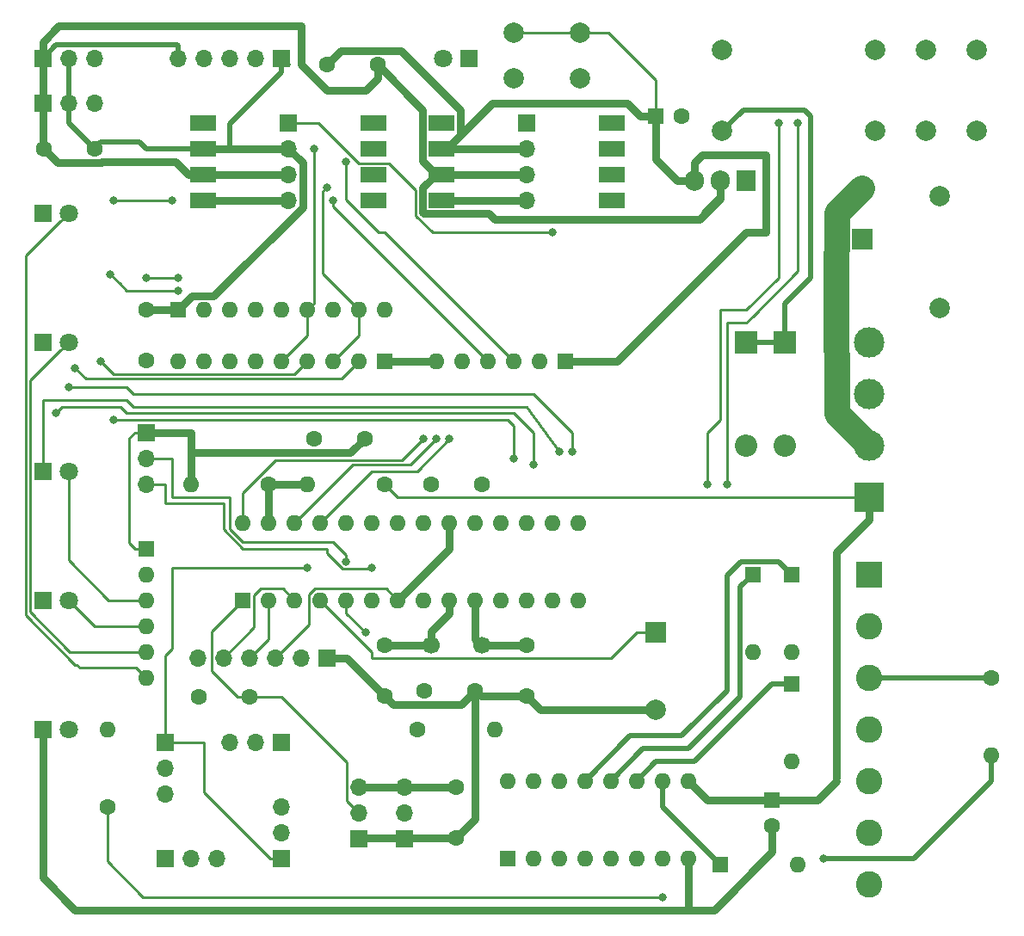
<source format=gbr>
G04 #@! TF.GenerationSoftware,KiCad,Pcbnew,(5.1.9)-1*
G04 #@! TF.CreationDate,2021-03-25T16:08:41-07:00*
G04 #@! TF.ProjectId,DSAMKVIB,4453414d-4b56-4494-922e-6b696361645f,rev?*
G04 #@! TF.SameCoordinates,Original*
G04 #@! TF.FileFunction,Copper,L1,Top*
G04 #@! TF.FilePolarity,Positive*
%FSLAX46Y46*%
G04 Gerber Fmt 4.6, Leading zero omitted, Abs format (unit mm)*
G04 Created by KiCad (PCBNEW (5.1.9)-1) date 2021-03-25 16:08:41*
%MOMM*%
%LPD*%
G01*
G04 APERTURE LIST*
G04 #@! TA.AperFunction,ComponentPad*
%ADD10C,1.800000*%
G04 #@! TD*
G04 #@! TA.AperFunction,ComponentPad*
%ADD11R,1.800000X1.800000*%
G04 #@! TD*
G04 #@! TA.AperFunction,ComponentPad*
%ADD12R,1.700000X1.700000*%
G04 #@! TD*
G04 #@! TA.AperFunction,ComponentPad*
%ADD13O,1.700000X1.700000*%
G04 #@! TD*
G04 #@! TA.AperFunction,ComponentPad*
%ADD14O,1.600000X1.600000*%
G04 #@! TD*
G04 #@! TA.AperFunction,ComponentPad*
%ADD15C,1.600000*%
G04 #@! TD*
G04 #@! TA.AperFunction,ComponentPad*
%ADD16R,1.600000X1.600000*%
G04 #@! TD*
G04 #@! TA.AperFunction,SMDPad,CuDef*
%ADD17R,2.540000X1.520000*%
G04 #@! TD*
G04 #@! TA.AperFunction,ComponentPad*
%ADD18C,2.000000*%
G04 #@! TD*
G04 #@! TA.AperFunction,ComponentPad*
%ADD19R,2.000000X2.000000*%
G04 #@! TD*
G04 #@! TA.AperFunction,ComponentPad*
%ADD20C,2.600000*%
G04 #@! TD*
G04 #@! TA.AperFunction,ComponentPad*
%ADD21R,2.600000X2.600000*%
G04 #@! TD*
G04 #@! TA.AperFunction,ComponentPad*
%ADD22C,1.700000*%
G04 #@! TD*
G04 #@! TA.AperFunction,ComponentPad*
%ADD23R,2.200000X2.200000*%
G04 #@! TD*
G04 #@! TA.AperFunction,ComponentPad*
%ADD24O,2.200000X2.200000*%
G04 #@! TD*
G04 #@! TA.AperFunction,ComponentPad*
%ADD25R,1.905000X2.000000*%
G04 #@! TD*
G04 #@! TA.AperFunction,ComponentPad*
%ADD26O,1.905000X2.000000*%
G04 #@! TD*
G04 #@! TA.AperFunction,ComponentPad*
%ADD27C,3.000000*%
G04 #@! TD*
G04 #@! TA.AperFunction,ComponentPad*
%ADD28R,3.000000X3.000000*%
G04 #@! TD*
G04 #@! TA.AperFunction,ViaPad*
%ADD29C,0.800000*%
G04 #@! TD*
G04 #@! TA.AperFunction,Conductor*
%ADD30C,0.508000*%
G04 #@! TD*
G04 #@! TA.AperFunction,Conductor*
%ADD31C,2.540000*%
G04 #@! TD*
G04 #@! TA.AperFunction,Conductor*
%ADD32C,0.762000*%
G04 #@! TD*
G04 #@! TA.AperFunction,Conductor*
%ADD33C,0.254000*%
G04 #@! TD*
G04 #@! TA.AperFunction,Conductor*
%ADD34C,0.250000*%
G04 #@! TD*
G04 APERTURE END LIST*
D10*
X102870000Y-84455000D03*
D11*
X100330000Y-84455000D03*
D12*
X110490000Y-93345000D03*
D13*
X110490000Y-95885000D03*
X110490000Y-98425000D03*
D14*
X144780000Y-122555000D03*
D15*
X137160000Y-122555000D03*
D13*
X147955000Y-70485000D03*
X147955000Y-67945000D03*
X147955000Y-65405000D03*
D12*
X147955000Y-62865000D03*
D13*
X124460000Y-70485000D03*
X124460000Y-67945000D03*
X124460000Y-65405000D03*
D12*
X124460000Y-62865000D03*
D16*
X110490000Y-104775000D03*
D14*
X110490000Y-107315000D03*
X110490000Y-109855000D03*
X110490000Y-112395000D03*
X110490000Y-114935000D03*
X110490000Y-117475000D03*
D17*
X116080000Y-70485000D03*
X132840000Y-70485000D03*
X116080000Y-67945000D03*
X132840000Y-67945000D03*
X116080000Y-65405000D03*
X132840000Y-65405000D03*
X116080000Y-62865000D03*
X132840000Y-62865000D03*
D14*
X193675000Y-125095000D03*
D15*
X193675000Y-117475000D03*
D14*
X113665000Y-86360000D03*
X116205000Y-86360000D03*
X118745000Y-86360000D03*
X121285000Y-86360000D03*
X123825000Y-86360000D03*
X126365000Y-86360000D03*
X128905000Y-86360000D03*
X131445000Y-86360000D03*
D16*
X133985000Y-86360000D03*
D15*
X132000000Y-93980000D03*
X127000000Y-93980000D03*
D18*
X160655000Y-120630000D03*
D19*
X160655000Y-113030000D03*
D16*
X120015000Y-109855000D03*
D14*
X153035000Y-102235000D03*
X122555000Y-109855000D03*
X150495000Y-102235000D03*
X125095000Y-109855000D03*
X147955000Y-102235000D03*
X127635000Y-109855000D03*
X145415000Y-102235000D03*
X130175000Y-109855000D03*
X142875000Y-102235000D03*
X132715000Y-109855000D03*
X140335000Y-102235000D03*
X135255000Y-109855000D03*
X137795000Y-102235000D03*
X137795000Y-109855000D03*
X135255000Y-102235000D03*
X140335000Y-109855000D03*
X132715000Y-102235000D03*
X142875000Y-109855000D03*
X130175000Y-102235000D03*
X145415000Y-109855000D03*
X127635000Y-102235000D03*
X147955000Y-109855000D03*
X125095000Y-102235000D03*
X150495000Y-109855000D03*
X122555000Y-102235000D03*
X153035000Y-109855000D03*
X120015000Y-102235000D03*
D20*
X181610000Y-137795000D03*
X181610000Y-132715000D03*
X181610000Y-127635000D03*
X181610000Y-122555000D03*
X181610000Y-117475000D03*
X181610000Y-112395000D03*
D21*
X181610000Y-107315000D03*
D14*
X126365000Y-98425000D03*
D15*
X133985000Y-98425000D03*
D14*
X139065000Y-86360000D03*
X141605000Y-86360000D03*
X144145000Y-86360000D03*
X146685000Y-86360000D03*
X149225000Y-86360000D03*
D16*
X151765000Y-86360000D03*
D14*
X133985000Y-81280000D03*
X131445000Y-81280000D03*
X128905000Y-81280000D03*
X126365000Y-81280000D03*
X123825000Y-81280000D03*
X121285000Y-81280000D03*
X118745000Y-81280000D03*
X116205000Y-81280000D03*
D16*
X113665000Y-81280000D03*
D14*
X170180000Y-114935000D03*
D16*
X170180000Y-107315000D03*
D14*
X173990000Y-114935000D03*
D16*
X173990000Y-107315000D03*
D15*
X115650000Y-119380000D03*
X120650000Y-119380000D03*
X133270000Y-57150000D03*
X128270000Y-57150000D03*
D13*
X123825000Y-130175000D03*
X123825000Y-132715000D03*
D12*
X123825000Y-135255000D03*
D13*
X117475000Y-135255000D03*
X114935000Y-135255000D03*
D12*
X112395000Y-135255000D03*
D13*
X112395000Y-128905000D03*
X112395000Y-126365000D03*
D12*
X112395000Y-123825000D03*
D13*
X118745000Y-123825000D03*
X121285000Y-123825000D03*
D12*
X123825000Y-123825000D03*
D13*
X135890000Y-128270000D03*
X135890000Y-130810000D03*
D12*
X135890000Y-133350000D03*
D13*
X131445000Y-128270000D03*
X131445000Y-130810000D03*
D12*
X131445000Y-133350000D03*
D13*
X105410000Y-60960000D03*
X102870000Y-60960000D03*
D12*
X100330000Y-60960000D03*
D13*
X105410000Y-56515000D03*
X102870000Y-56515000D03*
D12*
X100330000Y-56515000D03*
D22*
X143510000Y-114300000D03*
X138510000Y-114300000D03*
D16*
X146050000Y-135255000D03*
D14*
X163830000Y-127635000D03*
X148590000Y-135255000D03*
X161290000Y-127635000D03*
X151130000Y-135255000D03*
X158750000Y-127635000D03*
X153670000Y-135255000D03*
X156210000Y-127635000D03*
X156210000Y-135255000D03*
X153670000Y-127635000D03*
X158750000Y-135255000D03*
X151130000Y-127635000D03*
X161290000Y-135255000D03*
X148590000Y-127635000D03*
X163830000Y-135255000D03*
X146050000Y-127635000D03*
D17*
X139575000Y-70485000D03*
X156335000Y-70485000D03*
X139575000Y-67945000D03*
X156335000Y-67945000D03*
X139575000Y-65405000D03*
X156335000Y-65405000D03*
X139575000Y-62865000D03*
X156335000Y-62865000D03*
D16*
X172085000Y-129540000D03*
D15*
X172085000Y-132040000D03*
D18*
X153185000Y-53975000D03*
X153185000Y-58475000D03*
X146685000Y-53975000D03*
X146685000Y-58475000D03*
D15*
X147955000Y-119300000D03*
X147955000Y-114300000D03*
X133985000Y-114300000D03*
X133985000Y-119300000D03*
D19*
X180975000Y-74295000D03*
D18*
X180975000Y-69295000D03*
D15*
X163155000Y-62230000D03*
D16*
X160655000Y-62230000D03*
D15*
X143510000Y-98425000D03*
X138510000Y-98425000D03*
X137875000Y-118745000D03*
X142875000Y-118745000D03*
D11*
X100330000Y-71755000D03*
D10*
X102870000Y-71755000D03*
X102870000Y-97155000D03*
D11*
X100330000Y-97155000D03*
X100330000Y-109855000D03*
D10*
X102870000Y-109855000D03*
D11*
X100330000Y-122555000D03*
D10*
X102870000Y-122555000D03*
D23*
X169545000Y-84455000D03*
D24*
X169545000Y-94615000D03*
X173355000Y-94615000D03*
D23*
X173355000Y-84455000D03*
D14*
X174625000Y-135890000D03*
D16*
X167005000Y-135890000D03*
X173990000Y-118110000D03*
D14*
X173990000Y-125730000D03*
D12*
X123825000Y-56515000D03*
D13*
X121285000Y-56515000D03*
X118745000Y-56515000D03*
X116205000Y-56515000D03*
X113665000Y-56515000D03*
D18*
X167205000Y-55690000D03*
X167205000Y-63690000D03*
X182205000Y-55690000D03*
X182205000Y-63690000D03*
X187205000Y-55690000D03*
X187205000Y-63690000D03*
X192205000Y-55690000D03*
X192205000Y-63690000D03*
D15*
X122555000Y-98425000D03*
D14*
X114935000Y-98425000D03*
X106680000Y-122555000D03*
D15*
X106680000Y-130175000D03*
D25*
X169545000Y-68580000D03*
D26*
X167005000Y-68580000D03*
X164465000Y-68580000D03*
D15*
X110490000Y-81280000D03*
X110490000Y-86280000D03*
X105410000Y-65405000D03*
X100410000Y-65405000D03*
X140970000Y-133270000D03*
X140970000Y-128270000D03*
D12*
X128270000Y-115570000D03*
D13*
X125730000Y-115570000D03*
X123190000Y-115570000D03*
X120650000Y-115570000D03*
X118110000Y-115570000D03*
X115570000Y-115570000D03*
D27*
X181610000Y-94615000D03*
X181610000Y-89535000D03*
D28*
X181610000Y-99695000D03*
D27*
X181610000Y-84455000D03*
D11*
X142240000Y-56515000D03*
D10*
X139700000Y-56515000D03*
D18*
X188595000Y-70065000D03*
X188595000Y-81065000D03*
D29*
X101600000Y-91440000D03*
X148590000Y-96520000D03*
X151130000Y-95250000D03*
X102870000Y-88900000D03*
X102870000Y-88900000D03*
X152400000Y-95250000D03*
X161290000Y-139065000D03*
X128270000Y-69215000D03*
X127000000Y-65405000D03*
X126365000Y-106680000D03*
X177165000Y-135255000D03*
X174625000Y-62865000D03*
X167640000Y-98425000D03*
X172720000Y-62865000D03*
X165735000Y-98425000D03*
X130175000Y-106045000D03*
X132080000Y-113030000D03*
X132715000Y-106680000D03*
X107315000Y-92075000D03*
X146685000Y-95885000D03*
X107315000Y-70485000D03*
X113030000Y-70485000D03*
X113665000Y-78105000D03*
X110490000Y-78105000D03*
X112395000Y-126365000D03*
X106997500Y-77787500D03*
X113665000Y-79375000D03*
X103505000Y-86995000D03*
X106045000Y-86360000D03*
X130175000Y-66675000D03*
X137795000Y-93980000D03*
X139065000Y-93980000D03*
X128905000Y-70485000D03*
X150495000Y-73660000D03*
X140335000Y-93980000D03*
D30*
X167005000Y-70088000D02*
X165393999Y-71699001D01*
X167005000Y-68580000D02*
X167005000Y-70088000D01*
D31*
X178504999Y-91509999D02*
X181610000Y-94615000D01*
X180975000Y-69295000D02*
X178504999Y-71765001D01*
D32*
X114683000Y-67945000D02*
X113413000Y-66675000D01*
X116715000Y-67945000D02*
X114683000Y-67945000D01*
X139575000Y-67945000D02*
X140110802Y-67945000D01*
X101209999Y-66204999D02*
X100410000Y-65405000D01*
X106183882Y-66675000D02*
X106072881Y-66786001D01*
X101791001Y-66786001D02*
X101209999Y-66204999D01*
X113413000Y-66675000D02*
X106183882Y-66675000D01*
D31*
X178504999Y-71765001D02*
X178435000Y-79375000D01*
X178435000Y-79375000D02*
X178504999Y-91509999D01*
D30*
X113563080Y-55210999D02*
X101634001Y-55210999D01*
X101634001Y-55210999D02*
X100330000Y-56515000D01*
X113665000Y-55312919D02*
X113563080Y-55210999D01*
X113665000Y-56515000D02*
X113665000Y-55312919D01*
D32*
X100330000Y-65325000D02*
X100410000Y-65405000D01*
X100330000Y-56515000D02*
X100330000Y-65325000D01*
D33*
X109436000Y-104775000D02*
X110490000Y-104775000D01*
X109386000Y-93345000D02*
X108862990Y-93868010D01*
X108862990Y-104201990D02*
X109436000Y-104775000D01*
X108862990Y-93868010D02*
X108862990Y-104201990D01*
X110490000Y-93345000D02*
X109386000Y-93345000D01*
D32*
X104886001Y-66786001D02*
X101791001Y-66786001D01*
X106072881Y-66786001D02*
X104886001Y-66786001D01*
X137723999Y-66629801D02*
X139039198Y-67945000D01*
X137723999Y-61603999D02*
X137723999Y-66629801D01*
X133270000Y-57150000D02*
X137723999Y-61603999D01*
X133270000Y-58500000D02*
X133270000Y-57150000D01*
X128270000Y-59690000D02*
X132080000Y-59690000D01*
X100330000Y-56515000D02*
X100330000Y-54903000D01*
X101893000Y-53340000D02*
X125730000Y-53340000D01*
X132080000Y-59690000D02*
X133270000Y-58500000D01*
X100330000Y-54903000D02*
X101893000Y-53340000D01*
X125730000Y-53340000D02*
X125730000Y-57150000D01*
X125730000Y-57150000D02*
X128270000Y-59690000D01*
X139039198Y-67945000D02*
X139575000Y-67945000D01*
X139575000Y-67945000D02*
X147955000Y-67945000D01*
X116080000Y-67945000D02*
X124460000Y-67945000D01*
X172085000Y-134620000D02*
X172085000Y-132040000D01*
X166370000Y-140335000D02*
X172085000Y-134620000D01*
X163830000Y-135255000D02*
X163830000Y-140335000D01*
X163830000Y-140335000D02*
X166370000Y-140335000D01*
X110490000Y-140335000D02*
X163830000Y-140335000D01*
X103505000Y-140335000D02*
X110490000Y-140335000D01*
X100330000Y-137160000D02*
X103505000Y-140335000D01*
X100330000Y-122555000D02*
X100330000Y-137160000D01*
X149285000Y-120630000D02*
X147955000Y-119300000D01*
X160655000Y-120630000D02*
X149285000Y-120630000D01*
X143430000Y-119300000D02*
X142875000Y-118745000D01*
X147955000Y-119300000D02*
X143430000Y-119300000D01*
X134811001Y-120126001D02*
X133985000Y-119300000D01*
X141493999Y-120126001D02*
X134811001Y-120126001D01*
X142875000Y-118745000D02*
X141493999Y-120126001D01*
X130255000Y-115570000D02*
X133985000Y-119300000D01*
X128270000Y-115570000D02*
X130255000Y-115570000D01*
X142875000Y-131365000D02*
X140970000Y-133270000D01*
X142875000Y-118745000D02*
X142875000Y-131365000D01*
X131525000Y-133270000D02*
X131445000Y-133350000D01*
X140970000Y-133270000D02*
X131525000Y-133270000D01*
X144780000Y-72390000D02*
X164957000Y-72390000D01*
X144216001Y-71826001D02*
X144780000Y-72390000D01*
X137840199Y-71826001D02*
X144216001Y-71826001D01*
X164957000Y-72390000D02*
X167005000Y-70342000D01*
X137723999Y-71709801D02*
X137840199Y-71826001D01*
X137723999Y-69260199D02*
X137723999Y-71709801D01*
X167005000Y-70342000D02*
X167005000Y-68580000D01*
X139039198Y-67945000D02*
X137723999Y-69260199D01*
X133985000Y-86360000D02*
X139065000Y-86360000D01*
X110490000Y-93345000D02*
X114935000Y-93345000D01*
X115046001Y-95361001D02*
X114935000Y-95250000D01*
X130618999Y-95361001D02*
X115046001Y-95361001D01*
X114935000Y-95250000D02*
X114935000Y-98425000D01*
X132000000Y-93980000D02*
X130618999Y-95361001D01*
X114935000Y-93345000D02*
X114935000Y-95250000D01*
X142875000Y-113665000D02*
X143510000Y-114300000D01*
X142875000Y-109855000D02*
X142875000Y-113665000D01*
X147955000Y-114300000D02*
X143510000Y-114300000D01*
X133985000Y-114300000D02*
X138510000Y-114300000D01*
X138510000Y-114300000D02*
X138510000Y-112950000D01*
X138510000Y-112950000D02*
X140335000Y-111125000D01*
X140335000Y-111125000D02*
X140335000Y-109855000D01*
X181610000Y-101957000D02*
X178435000Y-105132000D01*
X181610000Y-99695000D02*
X181610000Y-101957000D01*
X178435000Y-105132000D02*
X178435000Y-127292000D01*
D30*
X178435000Y-127292000D02*
X178435000Y-127635000D01*
D32*
X176530000Y-129540000D02*
X172085000Y-129540000D01*
X178435000Y-127635000D02*
X176530000Y-129540000D01*
X165735000Y-129540000D02*
X163830000Y-127635000D01*
X172085000Y-129540000D02*
X165735000Y-129540000D01*
D33*
X135255000Y-99695000D02*
X133985000Y-98425000D01*
X181610000Y-99695000D02*
X135255000Y-99695000D01*
D30*
X105410000Y-65405000D02*
X102870000Y-62865000D01*
X102870000Y-62865000D02*
X102870000Y-56515000D01*
D32*
X164465000Y-68580000D02*
X164465000Y-68532500D01*
X160655000Y-63792000D02*
X160655000Y-62230000D01*
X160655000Y-66484500D02*
X160655000Y-63792000D01*
X162750500Y-68580000D02*
X160655000Y-66484500D01*
X164465000Y-68580000D02*
X162750500Y-68580000D01*
D34*
X160655000Y-61180000D02*
X160655000Y-62230000D01*
X160655000Y-58659998D02*
X160655000Y-61180000D01*
D30*
X124460000Y-57150000D02*
X123825000Y-56515000D01*
X123825000Y-57873000D02*
X118745000Y-62953000D01*
X123825000Y-56515000D02*
X123825000Y-57873000D01*
X118745000Y-62953000D02*
X118745000Y-65405000D01*
X118745000Y-65405000D02*
X118110000Y-65405000D01*
X116715000Y-65405000D02*
X118110000Y-65405000D01*
X118110000Y-65405000D02*
X118493000Y-65405000D01*
D32*
X129069999Y-56350001D02*
X128270000Y-57150000D01*
X129651001Y-55768999D02*
X129069999Y-56350001D01*
X135554801Y-55768999D02*
X129651001Y-55768999D01*
X141426001Y-64063999D02*
X141426001Y-61640199D01*
X140085000Y-65405000D02*
X141426001Y-64063999D01*
X141426001Y-61640199D02*
X135554801Y-55768999D01*
X139575000Y-65405000D02*
X140085000Y-65405000D01*
D30*
X110490000Y-65405000D02*
X109855000Y-64770000D01*
X116080000Y-65405000D02*
X110490000Y-65405000D01*
X106045000Y-64770000D02*
X105410000Y-65405000D01*
X109855000Y-64770000D02*
X106045000Y-64770000D01*
D33*
X146685000Y-53975000D02*
X153185000Y-53975000D01*
X155970002Y-53975000D02*
X160655000Y-58659998D01*
X153185000Y-53975000D02*
X155970002Y-53975000D01*
D32*
X139575000Y-65405000D02*
X147955000Y-65405000D01*
X116080000Y-65405000D02*
X124460000Y-65405000D01*
X140335000Y-104775000D02*
X135255000Y-109855000D01*
X140335000Y-102235000D02*
X140335000Y-104775000D01*
D33*
X134127999Y-108727999D02*
X135255000Y-109855000D01*
X127094039Y-108727999D02*
X134127999Y-108727999D01*
X126507999Y-109314039D02*
X127094039Y-108727999D01*
X126507999Y-112252001D02*
X126507999Y-109314039D01*
X123190000Y-115570000D02*
X126507999Y-112252001D01*
D32*
X131445000Y-128270000D02*
X140970000Y-128270000D01*
X115046001Y-79898999D02*
X113665000Y-81280000D01*
X117163883Y-79898999D02*
X115046001Y-79898999D01*
X125891001Y-71171881D02*
X117163883Y-79898999D01*
X125891001Y-66836001D02*
X125891001Y-71171881D01*
X124460000Y-65405000D02*
X125891001Y-66836001D01*
X156845000Y-86360000D02*
X151765000Y-86360000D01*
X171450000Y-73660000D02*
X169545000Y-73660000D01*
X171450000Y-66040000D02*
X171450000Y-73660000D01*
X169545000Y-73660000D02*
X156845000Y-86360000D01*
X164465000Y-66818000D02*
X165243000Y-66040000D01*
X165243000Y-66040000D02*
X171450000Y-66040000D01*
X164465000Y-68580000D02*
X164465000Y-66818000D01*
X143966001Y-61523999D02*
X140085000Y-65405000D01*
X144530000Y-60960000D02*
X143966001Y-61523999D01*
X157823000Y-60960000D02*
X144530000Y-60960000D01*
X159093000Y-62230000D02*
X157823000Y-60960000D01*
X160655000Y-62230000D02*
X159093000Y-62230000D01*
X110490000Y-81280000D02*
X113665000Y-81280000D01*
X126365000Y-98425000D02*
X122555000Y-98425000D01*
X122555000Y-102235000D02*
X122555000Y-98425000D01*
D34*
X101970001Y-72654999D02*
X102870000Y-71755000D01*
X98654989Y-111201401D02*
X98654989Y-75970011D01*
X98654989Y-75970011D02*
X101970001Y-72654999D01*
D33*
X109527011Y-116512011D02*
X110490000Y-117475000D01*
X103962771Y-116512011D02*
X109527011Y-116512011D01*
X103655760Y-116205000D02*
X103962771Y-116512011D01*
X103505000Y-116205000D02*
X103655760Y-116205000D01*
X98654989Y-111354989D02*
X103505000Y-116205000D01*
X98654989Y-111201401D02*
X98654989Y-111354989D01*
D34*
X101970001Y-85354999D02*
X102870000Y-84455000D01*
X99104999Y-88220001D02*
X101970001Y-85354999D01*
X99104999Y-111015001D02*
X99104999Y-88220001D01*
D33*
X103021398Y-114935000D02*
X99106999Y-111020601D01*
X110490000Y-114935000D02*
X103021398Y-114935000D01*
D34*
X102235000Y-90805000D02*
X107950000Y-90805000D01*
X107950000Y-90805000D02*
X108585000Y-91440000D01*
X108585000Y-91440000D02*
X146685000Y-91440000D01*
X101600000Y-91440000D02*
X102235000Y-90805000D01*
X146685000Y-91440000D02*
X148590000Y-93345000D01*
D33*
X148590000Y-93345000D02*
X148590000Y-96520000D01*
X148590000Y-96520000D02*
X148590000Y-96520000D01*
D34*
X102870000Y-98427792D02*
X102870000Y-97155000D01*
X102870000Y-105906370D02*
X102870000Y-98427792D01*
D33*
X106818630Y-109855000D02*
X102870000Y-105906370D01*
X110490000Y-109855000D02*
X106818630Y-109855000D01*
D34*
X100330000Y-90170000D02*
X108585000Y-90170000D01*
X100330000Y-97155000D02*
X100330000Y-90170000D01*
X108585000Y-90170000D02*
X109220000Y-90805000D01*
X147955000Y-90805000D02*
X151130000Y-95250000D01*
X109220000Y-90805000D02*
X147955000Y-90805000D01*
X151130000Y-95250000D02*
X151130000Y-95250000D01*
D33*
X105410000Y-112395000D02*
X102870000Y-109855000D01*
X110490000Y-112395000D02*
X105410000Y-112395000D01*
X102870000Y-88900000D02*
X108585000Y-88900000D01*
X108585000Y-88900000D02*
X109220000Y-89535000D01*
X109220000Y-89535000D02*
X148590000Y-89535000D01*
X152400000Y-93345000D02*
X152400000Y-95250000D01*
X148590000Y-89535000D02*
X152400000Y-93345000D01*
X106680000Y-135523724D02*
X106680000Y-130175000D01*
X110221276Y-139065000D02*
X106680000Y-135523724D01*
X161290000Y-139065000D02*
X110221276Y-139065000D01*
D30*
X169545000Y-84455000D02*
X173355000Y-84455000D01*
X175895000Y-74295000D02*
X175895000Y-62230000D01*
X175895000Y-62230000D02*
X175260000Y-61595000D01*
X169300000Y-61595000D02*
X167205000Y-63690000D01*
X175260000Y-61595000D02*
X169300000Y-61595000D01*
X173355000Y-84455000D02*
X173355000Y-80645000D01*
X175895000Y-78105000D02*
X175895000Y-74295000D01*
X173355000Y-80645000D02*
X175895000Y-78105000D01*
X161290000Y-130175000D02*
X167005000Y-135890000D01*
X161290000Y-127635000D02*
X161290000Y-130175000D01*
X172085000Y-118110000D02*
X173990000Y-118110000D01*
X164465000Y-125730000D02*
X172085000Y-118110000D01*
X160655000Y-125730000D02*
X164465000Y-125730000D01*
X158750000Y-127635000D02*
X160655000Y-125730000D01*
D33*
X131445000Y-83820000D02*
X128905000Y-86360000D01*
X131445000Y-81280000D02*
X131445000Y-83820000D01*
X127870001Y-77705001D02*
X131445000Y-81280000D01*
X127870001Y-69614999D02*
X127870001Y-77705001D01*
X128270000Y-69215000D02*
X127870001Y-69614999D01*
X112395000Y-123825000D02*
X116205000Y-123825000D01*
X122721000Y-135255000D02*
X123825000Y-135255000D01*
X116205000Y-128739000D02*
X122721000Y-135255000D01*
X116205000Y-123825000D02*
X116205000Y-128739000D01*
X127000000Y-80645000D02*
X126365000Y-81280000D01*
X127000000Y-65405000D02*
X127000000Y-80645000D01*
X126365000Y-83820000D02*
X123825000Y-86360000D01*
X126365000Y-81280000D02*
X126365000Y-83820000D01*
X112395000Y-115286398D02*
X113030000Y-114651398D01*
X112395000Y-123825000D02*
X112395000Y-115286398D01*
X113030000Y-114651398D02*
X113030000Y-106680000D01*
X113030000Y-106680000D02*
X126365000Y-106680000D01*
D30*
X181610000Y-117475000D02*
X193675000Y-117475000D01*
D33*
X122555000Y-113665000D02*
X120650000Y-115570000D01*
X122555000Y-109855000D02*
X122555000Y-113665000D01*
D30*
X193675000Y-125095000D02*
X193675000Y-127635000D01*
X193675000Y-127635000D02*
X186055000Y-135255000D01*
X186055000Y-135255000D02*
X177165000Y-135255000D01*
X177165000Y-135255000D02*
X177165000Y-135255000D01*
D33*
X121142001Y-112537999D02*
X118110000Y-115570000D01*
X121142001Y-109362999D02*
X121142001Y-112537999D01*
X121777001Y-108727999D02*
X121142001Y-109362999D01*
X123967999Y-108727999D02*
X121777001Y-108727999D01*
X125095000Y-109855000D02*
X123967999Y-108727999D01*
D34*
X174625000Y-73025000D02*
X174625000Y-62865000D01*
D33*
X174625000Y-73025000D02*
X174625000Y-77470000D01*
X174625000Y-77470000D02*
X170180000Y-81915000D01*
X170180000Y-81915000D02*
X169545000Y-82550000D01*
X169545000Y-82550000D02*
X168661398Y-82550000D01*
X168661398Y-82550000D02*
X167640000Y-82550000D01*
X167640000Y-82550000D02*
X167640000Y-98425000D01*
X167640000Y-98425000D02*
X167640000Y-98425000D01*
D34*
X172720000Y-73025000D02*
X172720000Y-62865000D01*
D33*
X172720000Y-73025000D02*
X172720000Y-77470000D01*
X172720000Y-77470000D02*
X172720000Y-78105000D01*
X172720000Y-78105000D02*
X169545000Y-81280000D01*
X169545000Y-81280000D02*
X167005000Y-81280000D01*
X167005000Y-81280000D02*
X167005000Y-92075000D01*
X167005000Y-92075000D02*
X165735000Y-93345000D01*
X165735000Y-93345000D02*
X165735000Y-98425000D01*
X165735000Y-98425000D02*
X165735000Y-98425000D01*
X130175000Y-106045000D02*
X130175000Y-105410000D01*
X130175000Y-105410000D02*
X128905000Y-104140000D01*
X128905000Y-104140000D02*
X120015000Y-104140000D01*
X120015000Y-104140000D02*
X120015000Y-104140000D01*
X110490000Y-95885000D02*
X113030000Y-95885000D01*
X130175000Y-111125000D02*
X132080000Y-113030000D01*
X130175000Y-109855000D02*
X130175000Y-111125000D01*
X113030000Y-95885000D02*
X113030000Y-99695000D01*
X113030000Y-99695000D02*
X113665000Y-99695000D01*
X120015000Y-104140000D02*
X118745000Y-102870000D01*
X118745000Y-102870000D02*
X118745000Y-99695000D01*
X118745000Y-99695000D02*
X113665000Y-99695000D01*
X110490000Y-98425000D02*
X112395000Y-98425000D01*
X112395000Y-98425000D02*
X112395000Y-100330000D01*
X112395000Y-100330000D02*
X118110000Y-100330000D01*
X118110000Y-102877066D02*
X120007934Y-104775000D01*
X118110000Y-100330000D02*
X118110000Y-102877066D01*
X120007934Y-104775000D02*
X128270000Y-104775000D01*
X132622999Y-106772001D02*
X132715000Y-106680000D01*
X129826039Y-106772001D02*
X132622999Y-106772001D01*
X128270000Y-105215962D02*
X129826039Y-106772001D01*
X128270000Y-104775000D02*
X128270000Y-105215962D01*
D34*
X107315000Y-92075000D02*
X140196370Y-92075000D01*
D33*
X140196370Y-92075000D02*
X146050000Y-92075000D01*
X146050000Y-92075000D02*
X146685000Y-92710000D01*
X146685000Y-92710000D02*
X146685000Y-95885000D01*
X146685000Y-95885000D02*
X146685000Y-95885000D01*
X107315000Y-70485000D02*
X113030000Y-70485000D01*
X110490000Y-78105000D02*
X113665000Y-78105000D01*
X106997500Y-77787500D02*
X107950000Y-78740000D01*
X107950000Y-78740000D02*
X108585000Y-79375000D01*
X108585000Y-79375000D02*
X113665000Y-79375000D01*
X113665000Y-79375000D02*
X113665000Y-79375000D01*
X129720990Y-88084010D02*
X104594010Y-88084010D01*
X131445000Y-86360000D02*
X129720990Y-88084010D01*
X104594010Y-88084010D02*
X103505000Y-86995000D01*
X103505000Y-86995000D02*
X103505000Y-86995000D01*
X126365000Y-86360000D02*
X125095000Y-87630000D01*
X125095000Y-87630000D02*
X107315000Y-87630000D01*
X107315000Y-87630000D02*
X106045000Y-86360000D01*
X120650000Y-119380000D02*
X123825000Y-119380000D01*
X130267999Y-129632999D02*
X131445000Y-130810000D01*
X130267999Y-125822999D02*
X130267999Y-129632999D01*
X123825000Y-119380000D02*
X130267999Y-125822999D01*
X116932999Y-112937001D02*
X120015000Y-109855000D01*
X116932999Y-116794369D02*
X116932999Y-112937001D01*
X119518630Y-119380000D02*
X116932999Y-116794369D01*
X120650000Y-119380000D02*
X119518630Y-119380000D01*
D30*
X153670000Y-127635000D02*
X158115000Y-123190000D01*
X158115000Y-123190000D02*
X163195000Y-123190000D01*
X163195000Y-123190000D02*
X167640000Y-118745000D01*
X169016799Y-106060999D02*
X172735999Y-106060999D01*
X172735999Y-106060999D02*
X173990000Y-107315000D01*
X167640000Y-107437798D02*
X169016799Y-106060999D01*
X167640000Y-118745000D02*
X167640000Y-107437798D01*
X168925999Y-119364001D02*
X168925999Y-108569001D01*
X168925999Y-108569001D02*
X170180000Y-107315000D01*
X163830000Y-124460000D02*
X168925999Y-119364001D01*
X159385000Y-124460000D02*
X163830000Y-124460000D01*
X156210000Y-127635000D02*
X159385000Y-124460000D01*
D33*
X130175000Y-70438602D02*
X133396398Y-73660000D01*
X130175000Y-66675000D02*
X130175000Y-70438602D01*
X133985000Y-73660000D02*
X146685000Y-86360000D01*
X133396398Y-73660000D02*
X133985000Y-73660000D01*
X123243027Y-96069011D02*
X135705989Y-96069011D01*
X120015000Y-99297038D02*
X123243027Y-96069011D01*
X120015000Y-102235000D02*
X120015000Y-99297038D01*
X135705989Y-96069011D02*
X137795000Y-93980000D01*
X137795000Y-93980000D02*
X137795000Y-93980000D01*
X160655000Y-113030000D02*
X158750000Y-113030000D01*
X158750000Y-113030000D02*
X156210000Y-115570000D01*
X156210000Y-115570000D02*
X132715000Y-115570000D01*
X132715000Y-114935000D02*
X127635000Y-109855000D01*
X132715000Y-115570000D02*
X132715000Y-114935000D01*
D32*
X116080000Y-70485000D02*
X124460000Y-70485000D01*
D33*
X125095000Y-102235000D02*
X130806979Y-96523021D01*
X130806979Y-96523021D02*
X136521979Y-96523021D01*
X136521979Y-96523021D02*
X139065000Y-93980000D01*
X139065000Y-93980000D02*
X139065000Y-93980000D01*
X144145000Y-86360000D02*
X128905000Y-71120000D01*
X128905000Y-71120000D02*
X128905000Y-70485000D01*
X128905000Y-70485000D02*
X128905000Y-70485000D01*
D34*
X137017989Y-72002239D02*
X138675750Y-73660000D01*
X137017989Y-69507987D02*
X137017989Y-72002239D01*
X134370001Y-66859999D02*
X137017989Y-69507987D01*
X131433001Y-66859999D02*
X134370001Y-66859999D01*
X127438002Y-62865000D02*
X131433001Y-66859999D01*
X124460000Y-62865000D02*
X127438002Y-62865000D01*
X138675750Y-73660000D02*
X150495000Y-73660000D01*
X150495000Y-73660000D02*
X150495000Y-73660000D01*
D33*
X139700000Y-70610000D02*
X139575000Y-70485000D01*
D32*
X139575000Y-70485000D02*
X147955000Y-70485000D01*
D33*
X127635000Y-102235000D02*
X132715000Y-97155000D01*
X132715000Y-97155000D02*
X137160000Y-97155000D01*
X137160000Y-97155000D02*
X140335000Y-93980000D01*
X140335000Y-93980000D02*
X140335000Y-93980000D01*
M02*

</source>
